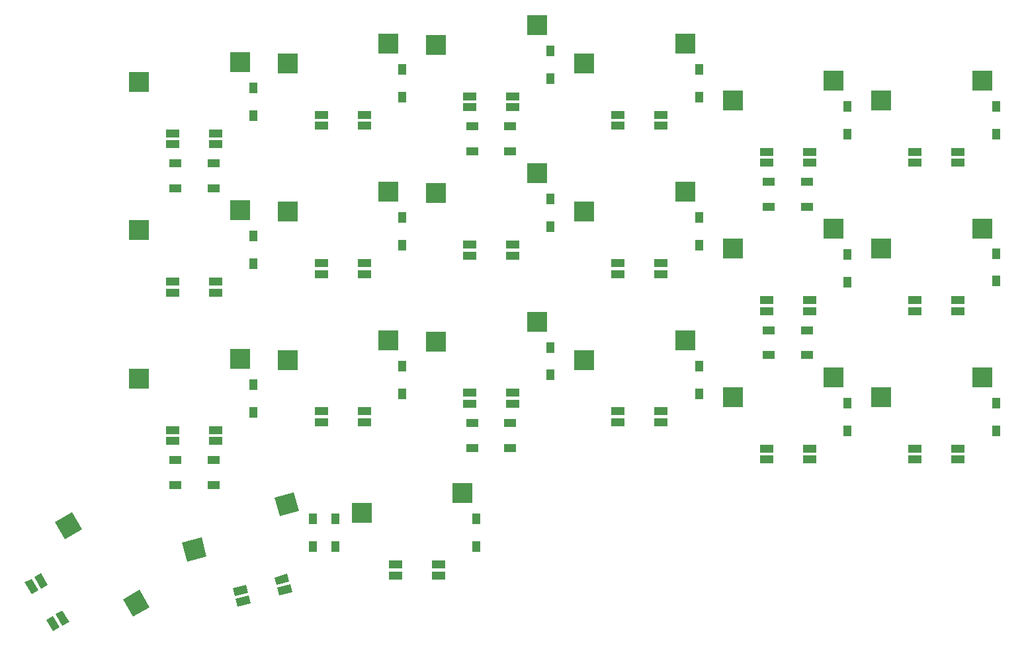
<source format=gbp>
G04 #@! TF.GenerationSoftware,KiCad,Pcbnew,(5.1.10)-1*
G04 #@! TF.CreationDate,2021-11-26T09:38:35+07:00*
G04 #@! TF.ProjectId,corne-cherry,636f726e-652d-4636-9865-7272792e6b69,3.0.1*
G04 #@! TF.SameCoordinates,Original*
G04 #@! TF.FileFunction,Paste,Bot*
G04 #@! TF.FilePolarity,Positive*
%FSLAX46Y46*%
G04 Gerber Fmt 4.6, Leading zero omitted, Abs format (unit mm)*
G04 Created by KiCad (PCBNEW (5.1.10)-1) date 2021-11-26 09:38:35*
%MOMM*%
%LPD*%
G01*
G04 APERTURE LIST*
%ADD10R,1.000000X1.400000*%
%ADD11R,2.550000X2.500000*%
%ADD12C,0.100000*%
%ADD13R,1.500000X1.000000*%
%ADD14R,1.700000X1.000000*%
G04 APERTURE END LIST*
D10*
X198666500Y-77892000D03*
X198666500Y-81442000D03*
X130266500Y-111767000D03*
X130266500Y-115317000D03*
X198666500Y-58892000D03*
X198666500Y-62442000D03*
X141666500Y-73142000D03*
X141666500Y-76692000D03*
X122659500Y-75522000D03*
X122659500Y-79072000D03*
X217666500Y-96892000D03*
X217666500Y-100442000D03*
X160666500Y-89767000D03*
X160666500Y-93317000D03*
X179666500Y-73142000D03*
X179666500Y-76692000D03*
X217666500Y-58892000D03*
X217666500Y-62442000D03*
X179666500Y-54142000D03*
X179666500Y-57692000D03*
X179666500Y-92142000D03*
X179666500Y-95692000D03*
X141666500Y-92142000D03*
X141666500Y-95692000D03*
X122659500Y-56522000D03*
X122659500Y-60072000D03*
X141666500Y-54142000D03*
X141666500Y-57692000D03*
X160666500Y-70767000D03*
X160666500Y-74317000D03*
X198666500Y-96892000D03*
X198666500Y-100442000D03*
X122659500Y-94522000D03*
X122659500Y-98072000D03*
X151166500Y-111752000D03*
X151166500Y-115302000D03*
X217666500Y-77742000D03*
X217666500Y-81292000D03*
X133116500Y-111767000D03*
X133116500Y-115317000D03*
D11*
X139908500Y-69837000D03*
X126981500Y-72377000D03*
X120901500Y-53217000D03*
X107974500Y-55757000D03*
X196908500Y-74587000D03*
X183981500Y-77127000D03*
X215908500Y-93587000D03*
X202981500Y-96127000D03*
X196908500Y-55587000D03*
X183981500Y-58127000D03*
X177908500Y-50837000D03*
X164981500Y-53377000D03*
X177908500Y-69837000D03*
X164981500Y-72377000D03*
X215908500Y-74587000D03*
X202981500Y-77127000D03*
X158908500Y-67462000D03*
X145981500Y-70002000D03*
X139908500Y-88837000D03*
X126981500Y-91377000D03*
X158908500Y-48462000D03*
X145981500Y-51002000D03*
X149408500Y-108462000D03*
X136481500Y-111002000D03*
D12*
G36*
X127802670Y-108335674D02*
G01*
X128449717Y-110750489D01*
X125986606Y-111410478D01*
X125339559Y-108995663D01*
X127802670Y-108335674D01*
G37*
G36*
X115973547Y-114134879D02*
G01*
X116620594Y-116549694D01*
X114157483Y-117209683D01*
X113510436Y-114794868D01*
X115973547Y-114134879D01*
G37*
D11*
X177908500Y-88837000D03*
X164981500Y-91377000D03*
X139908500Y-50837000D03*
X126981500Y-53377000D03*
D10*
X160666500Y-51767000D03*
X160666500Y-55317000D03*
D13*
X193509500Y-68572000D03*
X193509500Y-71772000D03*
X188609500Y-68572000D03*
X188609500Y-71772000D03*
D12*
G36*
X109356941Y-123040502D02*
G01*
X107191877Y-124290502D01*
X105916877Y-122082138D01*
X108081941Y-120832138D01*
X109356941Y-123040502D01*
G37*
G36*
X100693737Y-113115392D02*
G01*
X98528673Y-114365392D01*
X97253673Y-112157028D01*
X99418737Y-110907028D01*
X100693737Y-113115392D01*
G37*
D11*
X215908500Y-55587000D03*
X202981500Y-58127000D03*
D13*
X193509500Y-87572000D03*
X193509500Y-90772000D03*
X188609500Y-87572000D03*
X188609500Y-90772000D03*
X117509500Y-66197000D03*
X117509500Y-69397000D03*
X112609500Y-66197000D03*
X112609500Y-69397000D03*
X117509500Y-104197000D03*
X117509500Y-107397000D03*
X112609500Y-104197000D03*
X112609500Y-107397000D03*
X155509500Y-61447000D03*
X155509500Y-64647000D03*
X150609500Y-61447000D03*
X150609500Y-64647000D03*
X155509500Y-99447000D03*
X155509500Y-102647000D03*
X150609500Y-99447000D03*
X150609500Y-102647000D03*
D14*
X136809500Y-78972000D03*
X136809500Y-80372000D03*
X131309500Y-78972000D03*
X131309500Y-80372000D03*
X155809500Y-76597000D03*
X155809500Y-77997000D03*
X150309500Y-76597000D03*
X150309500Y-77997000D03*
X117809500Y-81347000D03*
X117809500Y-82747000D03*
X112309500Y-81347000D03*
X112309500Y-82747000D03*
X212809500Y-102722000D03*
X212809500Y-104122000D03*
X207309500Y-102722000D03*
X207309500Y-104122000D03*
X174809500Y-97972000D03*
X174809500Y-99372000D03*
X169309500Y-97972000D03*
X169309500Y-99372000D03*
X155809500Y-95597000D03*
X155809500Y-96997000D03*
X150309500Y-95597000D03*
X150309500Y-96997000D03*
X193809500Y-102722000D03*
X193809500Y-104122000D03*
X188309500Y-102722000D03*
X188309500Y-104122000D03*
X136809500Y-97972000D03*
X136809500Y-99372000D03*
X131309500Y-97972000D03*
X131309500Y-99372000D03*
X117809500Y-100347000D03*
X117809500Y-101747000D03*
X112309500Y-100347000D03*
X112309500Y-101747000D03*
X146309500Y-117597000D03*
X146309500Y-118997000D03*
X140809500Y-117597000D03*
X140809500Y-118997000D03*
D12*
G36*
X125579386Y-120195207D02*
G01*
X125320567Y-119229281D01*
X126962640Y-118789289D01*
X127221459Y-119755215D01*
X125579386Y-120195207D01*
G37*
G36*
X125941732Y-121547503D02*
G01*
X125682913Y-120581577D01*
X127324986Y-120141585D01*
X127583805Y-121107511D01*
X125941732Y-121547503D01*
G37*
G36*
X120266794Y-121618711D02*
G01*
X120007975Y-120652785D01*
X121650048Y-120212793D01*
X121908867Y-121178719D01*
X120266794Y-121618711D01*
G37*
G36*
X120629140Y-122971007D02*
G01*
X120370321Y-122005081D01*
X122012394Y-121565089D01*
X122271213Y-122531015D01*
X120629140Y-122971007D01*
G37*
D14*
X155809500Y-57597000D03*
X155809500Y-58997000D03*
X150309500Y-57597000D03*
X150309500Y-58997000D03*
X174809500Y-59972000D03*
X174809500Y-61372000D03*
X169309500Y-59972000D03*
X169309500Y-61372000D03*
X136809500Y-59972000D03*
X136809500Y-61372000D03*
X131309500Y-59972000D03*
X131309500Y-61372000D03*
X117809500Y-62347000D03*
X117809500Y-63747000D03*
X112309500Y-62347000D03*
X112309500Y-63747000D03*
X212809500Y-83722000D03*
X212809500Y-85122000D03*
X207309500Y-83722000D03*
X207309500Y-85122000D03*
X193809500Y-83722000D03*
X193809500Y-85122000D03*
X188309500Y-83722000D03*
X188309500Y-85122000D03*
X212809500Y-64722000D03*
X212809500Y-66122000D03*
X207309500Y-64722000D03*
X207309500Y-66122000D03*
X174809500Y-78972000D03*
X174809500Y-80372000D03*
X169309500Y-78972000D03*
X169309500Y-80372000D03*
D11*
X120908500Y-72212000D03*
X107981500Y-74752000D03*
X120908500Y-91212000D03*
X107981500Y-93752000D03*
X196908500Y-93587000D03*
X183981500Y-96127000D03*
X158908500Y-86462000D03*
X145981500Y-89002000D03*
D12*
G36*
X97326084Y-123962448D02*
G01*
X98192110Y-123462448D01*
X99042110Y-124934692D01*
X98176084Y-125434692D01*
X97326084Y-123962448D01*
G37*
G36*
X96113648Y-124662448D02*
G01*
X96979674Y-124162448D01*
X97829674Y-125634692D01*
X96963648Y-126134692D01*
X96113648Y-124662448D01*
G37*
G36*
X94576084Y-119199308D02*
G01*
X95442110Y-118699308D01*
X96292110Y-120171552D01*
X95426084Y-120671552D01*
X94576084Y-119199308D01*
G37*
G36*
X93363648Y-119899308D02*
G01*
X94229674Y-119399308D01*
X95079674Y-120871552D01*
X94213648Y-121371552D01*
X93363648Y-119899308D01*
G37*
D14*
X193809500Y-64722000D03*
X193809500Y-66122000D03*
X188309500Y-64722000D03*
X188309500Y-66122000D03*
M02*

</source>
